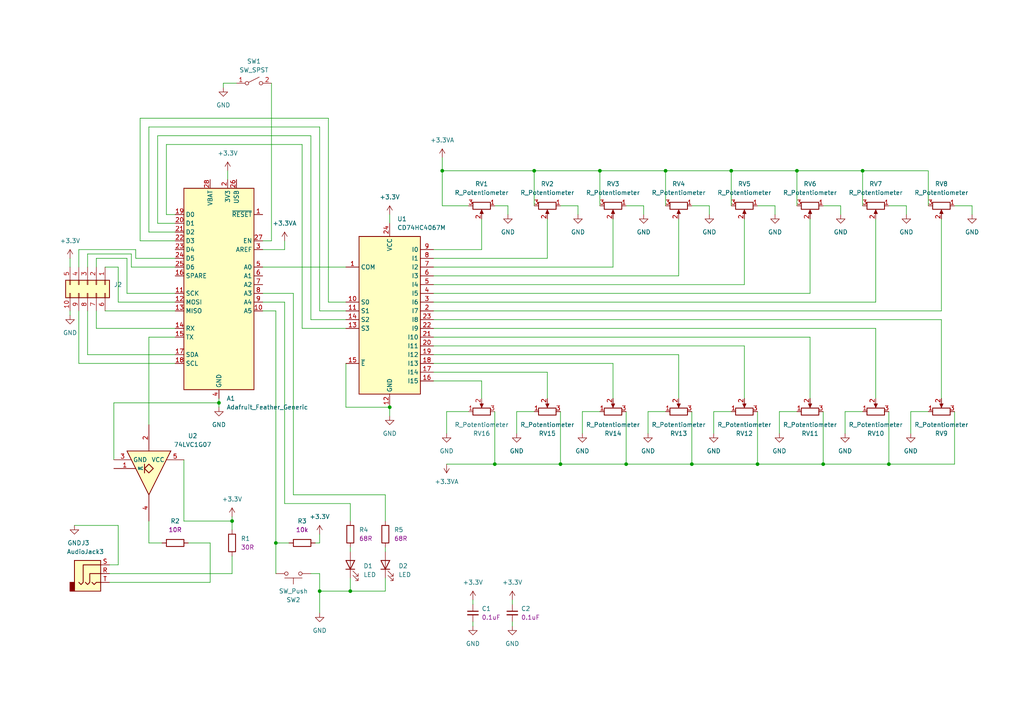
<source format=kicad_sch>
(kicad_sch (version 20230121) (generator eeschema)
  (paper "A4")
  (title_block (date "2024-02-15"))
  (lib_symbols
    (symbol "74xGxx:74LVC1G07"
      (property "Reference" "U" (at 0 7.62 0))
      (property "Value" "74LVC1G07" (at 3.81 -7.62 0))
      (symbol "74LVC1G07_0_1"
        (polyline (pts (xy -3.81 -1.27) (xy -1.27 -1.27)) (stroke (width 0.254)) (fill (type background)))
        (polyline (pts (xy -7.62 6.35) (xy -7.62 -6.35) (xy 5.08 0) (xy -7.62 6.35)) (stroke (width 0.254)) (fill (type background)))
        (polyline (pts (xy -2.54 1.27) (xy -3.81 0) (xy -2.54 -1.27) (xy -1.27 0) (xy -2.54 1.27)) (stroke (width 0.254)) (fill (type background)))
      )
      (symbol "74LVC1G07_1_1"
        (pin free line (at -2.54 -10.16 90) (length 6.35) (name "NC") (number "1"))
        (pin input line (at -15.24 0 0) (length 7.62) (name "~") (number "2"))
        (pin power_in line (at -5.08 -10.16 90) (length 5.08) (name "GND") (number "3"))
        (pin open_collector line (at 12.7 0 180) (length 7.62) (name "~") (number "4"))
        (pin power_in line (at -5.08 10.16 270) (length 5.08) (name "VCC") (number "5"))
      )
    )
    (symbol "74xx:CD74HC4067M"
      (property "Reference" "U" (at -8.89 22.86 0))
      (property "Value" "CD74HC4067M" (at 1.27 22.86 0))
      (symbol "CD74HC4067M_0_1"
        (rectangle (start -8.89 21.59) (end 8.89 -24.13) (stroke (width 0.254)) (fill (type background)))
      )
      (symbol "CD74HC4067M_1_1"
        (pin passive line (at -12.7 12.7 0) (length 3.81) (name "COM") (number "1"))
        (pin input line (at -12.7 2.54 0) (length 3.81) (name "S0") (number "10"))
        (pin input line (at -12.7 0 0) (length 3.81) (name "S1") (number "11"))
        (pin power_in line (at 0 -27.94 90) (length 3.81) (name "GND") (number "12"))
        (pin input line (at -12.7 -5.08 0) (length 3.81) (name "S3") (number "13"))
        (pin input line (at -12.7 -2.54 0) (length 3.81) (name "S2") (number "14"))
        (pin input line (at -12.7 -15.24 0) (length 3.81) (name "~{E}") (number "15"))
        (pin passive line (at 12.7 -20.32 180) (length 3.81) (name "I15") (number "16"))
        (pin passive line (at 12.7 -17.78 180) (length 3.81) (name "I14") (number "17"))
        (pin passive line (at 12.7 -15.24 180) (length 3.81) (name "I13") (number "18"))
        (pin passive line (at 12.7 -12.7 180) (length 3.81) (name "I12") (number "19"))
        (pin passive line (at 12.7 0 180) (length 3.81) (name "I7") (number "2"))
        (pin passive line (at 12.7 -10.16 180) (length 3.81) (name "I11") (number "20"))
        (pin passive line (at 12.7 -7.62 180) (length 3.81) (name "I10") (number "21"))
        (pin passive line (at 12.7 -5.08 180) (length 3.81) (name "I9") (number "22"))
        (pin passive line (at 12.7 -2.54 180) (length 3.81) (name "I8") (number "23"))
        (pin power_in line (at 0 25.4 270) (length 3.81) (name "VCC") (number "24"))
        (pin passive line (at 12.7 2.54 180) (length 3.81) (name "I6") (number "3"))
        (pin passive line (at 12.7 5.08 180) (length 3.81) (name "I5") (number "4"))
        (pin passive line (at 12.7 7.62 180) (length 3.81) (name "I4") (number "5"))
        (pin passive line (at 12.7 10.16 180) (length 3.81) (name "I3") (number "6"))
        (pin passive line (at 12.7 12.7 180) (length 3.81) (name "I2") (number "7"))
        (pin passive line (at 12.7 15.24 180) (length 3.81) (name "I1") (number "8"))
        (pin passive line (at 12.7 17.78 180) (length 3.81) (name "I0") (number "9"))
      )
    )
    (symbol "Connector_Audio:AudioJack3"
      (property "Reference" "J" (at 0 8.89 0))
      (property "Value" "AudioJack3" (at 0 6.35 0))
      (symbol "AudioJack3_0_1"
        (rectangle (start -5.08 -5.08) (end -6.35 -2.54) (stroke (width 0.254)) (fill (type outline)))
        (polyline (pts (xy 0 -2.54) (xy 0.635 -3.175) (xy 1.27 -2.54) (xy 2.54 -2.54)) (stroke (width 0.254)))
        (polyline (pts (xy -1.905 -2.54) (xy -1.27 -3.175) (xy -0.635 -2.54) (xy -0.635 0) (xy 2.54 0)) (stroke (width 0.254)))
        (polyline (pts (xy 2.54 2.54) (xy -2.54 2.54) (xy -2.54 -2.54) (xy -3.175 -3.175) (xy -3.81 -2.54)) (stroke (width 0.254)))
        (rectangle (start 2.54 3.81) (end -5.08 -5.08) (stroke (width 0.254)) (fill (type background)))
      )
      (symbol "AudioJack3_1_1"
        (pin passive line (at 5.08 0 180) (length 2.54) (name "~") (number "R"))
        (pin passive line (at 5.08 2.54 180) (length 2.54) (name "~") (number "S"))
        (pin passive line (at 5.08 -2.54 180) (length 2.54) (name "~") (number "T"))
      )
    )
    (symbol "Connector_Generic:Conn_02x05_Top_Bottom" (pin_names (offset 1.016) hide)
      (property "Reference" "J" (at 1.27 7.62 0))
      (property "Value" "Conn_02x05_Top_Bottom" (at 1.27 -7.62 0))
      (symbol "Conn_02x05_Top_Bottom_1_1"
        (rectangle (start -1.27 -4.953) (end 0 -5.207) (stroke (width 0.1524)))
        (rectangle (start -1.27 -2.413) (end 0 -2.667) (stroke (width 0.1524)))
        (rectangle (start -1.27 0.127) (end 0 -0.127) (stroke (width 0.1524)))
        (rectangle (start -1.27 2.667) (end 0 2.413) (stroke (width 0.1524)))
        (rectangle (start -1.27 5.207) (end 0 4.953) (stroke (width 0.1524)))
        (rectangle (start -1.27 6.35) (end 3.81 -6.35) (stroke (width 0.254)) (fill (type background)))
        (rectangle (start 3.81 -4.953) (end 2.54 -5.207) (stroke (width 0.1524)))
        (rectangle (start 3.81 -2.413) (end 2.54 -2.667) (stroke (width 0.1524)))
        (rectangle (start 3.81 0.127) (end 2.54 -0.127) (stroke (width 0.1524)))
        (rectangle (start 3.81 2.667) (end 2.54 2.413) (stroke (width 0.1524)))
        (rectangle (start 3.81 5.207) (end 2.54 4.953) (stroke (width 0.1524)))
        (pin passive line (at -5.08 5.08 0) (length 3.81) (name "Pin_1") (number "1"))
        (pin passive line (at 7.62 -5.08 180) (length 3.81) (name "Pin_10") (number "10"))
        (pin passive line (at -5.08 2.54 0) (length 3.81) (name "Pin_2") (number "2"))
        (pin passive line (at -5.08 0 0) (length 3.81) (name "Pin_3") (number "3"))
        (pin passive line (at -5.08 -2.54 0) (length 3.81) (name "Pin_4") (number "4"))
        (pin passive line (at -5.08 -5.08 0) (length 3.81) (name "Pin_5") (number "5"))
        (pin passive line (at 7.62 5.08 180) (length 3.81) (name "Pin_6") (number "6"))
        (pin passive line (at 7.62 2.54 180) (length 3.81) (name "Pin_7") (number "7"))
        (pin passive line (at 7.62 0 180) (length 3.81) (name "Pin_8") (number "8"))
        (pin passive line (at 7.62 -2.54 180) (length 3.81) (name "Pin_9") (number "9"))
      )
    )
    (symbol "Device:LED" (pin_numbers hide) (pin_names (offset 1.016) hide)
      (property "Reference" "D" (at 0 2.54 0))
      (property "Value" "LED" (at 0 -2.54 0))
      (symbol "LED_0_1"
        (polyline (pts (xy -1.27 -1.27) (xy -1.27 1.27)) (stroke (width 0.254)))
        (polyline (pts (xy -1.27 0) (xy 1.27 0)))
        (polyline (pts (xy 1.27 -1.27) (xy 1.27 1.27) (xy -1.27 0) (xy 1.27 -1.27)) (stroke (width 0.254)))
        (polyline (pts (xy -3.048 -0.762) (xy -4.572 -2.286) (xy -3.81 -2.286) (xy -4.572 -2.286) (xy -4.572 -1.524)))
        (polyline (pts (xy -1.778 -0.762) (xy -3.302 -2.286) (xy -2.54 -2.286) (xy -3.302 -2.286) (xy -3.302 -1.524)))
      )
      (symbol "LED_1_1"
        (pin passive line (at -3.81 0 0) (length 2.54) (name "K") (number "1"))
        (pin passive line (at 3.81 0 180) (length 2.54) (name "A") (number "2"))
      )
    )
    (symbol "Device:R_Potentiometer" (pin_names (offset 1.016) hide)
      (property "Reference" "RV" (at -4.445 0 90))
      (property "Value" "R_Potentiometer" (at -2.54 0 90))
      (symbol "R_Potentiometer_0_1"
        (polyline (pts (xy 2.54 0) (xy 1.524 0)))
        (polyline (pts (xy 1.143 0) (xy 2.286 0.508) (xy 2.286 -0.508) (xy 1.143 0)) (fill (type outline)))
        (rectangle (start 1.016 2.54) (end -1.016 -2.54) (stroke (width 0.254)))
      )
      (symbol "R_Potentiometer_1_1"
        (pin passive line (at 0 3.81 270) (length 1.27) (name "1") (number "1"))
        (pin passive line (at 3.81 0 180) (length 1.27) (name "2") (number "2"))
        (pin passive line (at 0 -3.81 90) (length 1.27) (name "3") (number "3"))
      )
    )
    (symbol "MCU_Module:Adafruit_Feather_Generic"
      (property "Reference" "A" (at -10.16 29.21 0))
      (property "Value" "Adafruit_Feather_Generic" (at 2.54 -31.75 0))
      (symbol "Adafruit_Feather_Generic_0_1"
        (rectangle (start -10.16 27.94) (end 10.16 -30.48) (stroke (width 0.254)) (fill (type background)))
      )
      (symbol "Adafruit_Feather_Generic_1_1"
        (pin input line (at 12.7 20.32 180) (length 2.54) (name "~{RESET}") (number "1"))
        (pin bidirectional line (at 12.7 -7.62 180) (length 2.54) (name "A5") (number "10"))
        (pin bidirectional line (at -12.7 -2.54 0) (length 2.54) (name "SCK") (number "11"))
        (pin bidirectional line (at -12.7 -5.08 0) (length 2.54) (name "MOSI") (number "12"))
        (pin bidirectional line (at -12.7 -7.62 0) (length 2.54) (name "MISO") (number "13"))
        (pin bidirectional line (at -12.7 -12.7 0) (length 2.54) (name "RX") (number "14"))
        (pin bidirectional line (at -12.7 -15.24 0) (length 2.54) (name "TX") (number "15"))
        (pin bidirectional line (at -12.7 2.54 0) (length 2.54) (name "SPARE") (number "16"))
        (pin bidirectional line (at -12.7 -20.32 0) (length 2.54) (name "SDA") (number "17"))
        (pin bidirectional line (at -12.7 -22.86 0) (length 2.54) (name "SCL") (number "18"))
        (pin bidirectional line (at -12.7 20.32 0) (length 2.54) (name "D0") (number "19"))
        (pin power_in line (at 2.54 30.48 270) (length 2.54) (name "3V3") (number "2"))
        (pin bidirectional line (at -12.7 17.78 0) (length 2.54) (name "D1") (number "20"))
        (pin bidirectional line (at -12.7 15.24 0) (length 2.54) (name "D2") (number "21"))
        (pin bidirectional line (at -12.7 12.7 0) (length 2.54) (name "D3") (number "22"))
        (pin bidirectional line (at -12.7 10.16 0) (length 2.54) (name "D4") (number "23"))
        (pin bidirectional line (at -12.7 7.62 0) (length 2.54) (name "D5") (number "24"))
        (pin bidirectional line (at -12.7 5.08 0) (length 2.54) (name "D6") (number "25"))
        (pin power_in line (at 5.08 30.48 270) (length 2.54) (name "USB") (number "26"))
        (pin input line (at 12.7 12.7 180) (length 2.54) (name "EN") (number "27"))
        (pin power_in line (at -2.54 30.48 270) (length 2.54) (name "VBAT") (number "28"))
        (pin input line (at 12.7 10.16 180) (length 2.54) (name "AREF") (number "3"))
        (pin power_in line (at 0 -33.02 90) (length 2.54) (name "GND") (number "4"))
        (pin bidirectional line (at 12.7 5.08 180) (length 2.54) (name "A0") (number "5"))
        (pin bidirectional line (at 12.7 2.54 180) (length 2.54) (name "A1") (number "6"))
        (pin bidirectional line (at 12.7 0 180) (length 2.54) (name "A2") (number "7"))
        (pin bidirectional line (at 12.7 -2.54 180) (length 2.54) (name "A3") (number "8"))
        (pin bidirectional line (at 12.7 -5.08 180) (length 2.54) (name "A4") (number "9"))
      )
    )
    (symbol "PCM_4ms_Capacitor:100nF_0603_16V" (pin_numbers hide) (pin_names (offset 0.254) hide)
      (property "Reference" "C" (at 1.905 1.27 0))
      (property "Display" "0.1uF" (at 1.905 -1.27 0))
      (symbol "100nF_0603_16V_0_1"
        (polyline (pts (xy -1.524 -0.508) (xy 1.524 -0.508)) (stroke (width 0.3302)))
        (polyline (pts (xy -1.524 0.508) (xy 1.524 0.508)) (stroke (width 0.3048)))
      )
      (symbol "100nF_0603_16V_1_1"
        (pin passive line (at 0 2.54 270) (length 2.032) (name "~") (number "1"))
        (pin passive line (at 0 -2.54 90) (length 2.032) (name "~") (number "2"))
      )
    )
    (symbol "PCM_4ms_Resistor:10R_0603" (pin_numbers hide) (pin_names (offset 0))
      (property "Reference" "R" (at 2.032 0 90))
      (property "Display" "10R" (at 3.81 0 90))
      (symbol "10R_0603_0_1"
        (rectangle (start -1.016 -2.54) (end 1.016 2.54) (stroke (width 0.254)))
      )
      (symbol "10R_0603_1_1"
        (pin passive line (at 0 3.81 270) (length 1.27) (name "~") (number "1"))
        (pin passive line (at 0 -3.81 90) (length 1.27) (name "~") (number "2"))
      )
    )
    (symbol "PCM_4ms_Resistor:10k_0603" (pin_numbers hide) (pin_names (offset 0))
      (property "Reference" "R" (at 2.032 0 90))
      (property "Display" "10k" (at 3.81 0 90))
      (symbol "10k_0603_0_1"
        (rectangle (start -1.016 -2.54) (end 1.016 2.54) (stroke (width 0.254)))
      )
      (symbol "10k_0603_1_1"
        (pin passive line (at 0 3.81 270) (length 1.27) (name "~") (number "1"))
        (pin passive line (at 0 -3.81 90) (length 1.27) (name "~") (number "2"))
      )
    )
    (symbol "PCM_4ms_Resistor:30R_0603" (pin_numbers hide) (pin_names (offset 0))
      (property "Reference" "R" (at 2.032 0 90))
      (property "Display" "30R" (at 3.81 0 90))
      (symbol "30R_0603_0_1"
        (rectangle (start -1.016 -2.54) (end 1.016 2.54) (stroke (width 0.254)))
      )
      (symbol "30R_0603_1_1"
        (pin passive line (at 0 3.81 270) (length 1.27) (name "~") (number "1"))
        (pin passive line (at 0 -3.81 90) (length 1.27) (name "~") (number "2"))
      )
    )
    (symbol "PCM_4ms_Resistor:68R_0603" (pin_numbers hide) (pin_names (offset 0))
      (property "Reference" "R" (at 2.032 0 90))
      (property "Display" "68R" (at 3.81 0 90))
      (symbol "68R_0603_0_1"
        (rectangle (start -1.016 -2.54) (end 1.016 2.54) (stroke (width 0.254)))
      )
      (symbol "68R_0603_1_1"
        (pin passive line (at 0 3.81 270) (length 1.27) (name "~") (number "1"))
        (pin passive line (at 0 -3.81 90) (length 1.27) (name "~") (number "2"))
      )
    )
    (symbol "Switch:SW_Push" (pin_numbers hide) (pin_names (offset 1.016) hide)
      (property "Reference" "SW" (at 1.27 2.54 0))
      (property "Value" "SW_Push" (at 0 -1.524 0))
      (symbol "SW_Push_0_1"
        (circle (center -2.032 0) (radius 0.508))
        (polyline (pts (xy 0 1.27) (xy 0 3.048)))
        (polyline (pts (xy 2.54 1.27) (xy -2.54 1.27)))
        (circle (center 2.032 0) (radius 0.508))
        (pin passive line (at -5.08 0 0) (length 2.54) (name "1") (number "1"))
        (pin passive line (at 5.08 0 180) (length 2.54) (name "2") (number "2"))
      )
    )
    (symbol "Switch:SW_SPST" (pin_names (offset 0) hide)
      (property "Reference" "SW" (at 0 3.175 0))
      (property "Value" "SW_SPST" (at 0 -2.54 0))
      (symbol "SW_SPST_0_0"
        (circle (center -2.032 0) (radius 0.508))
        (polyline (pts (xy -1.524 0.254) (xy 1.524 1.778)))
        (circle (center 2.032 0) (radius 0.508))
      )
      (symbol "SW_SPST_1_1"
        (pin passive line (at -5.08 0 0) (length 2.54) (name "A") (number "1"))
        (pin passive line (at 5.08 0 180) (length 2.54) (name "B") (number "2"))
      )
    )
    (symbol "power:+3.3V" (power) (pin_names (offset 0))
      (property "Value" "+3.3V" (at 0 3.556 0))
      (symbol "+3.3V_0_1"
        (polyline (pts (xy -0.762 1.27) (xy 0 2.54)))
        (polyline (pts (xy 0 0) (xy 0 2.54)))
        (polyline (pts (xy 0 2.54) (xy 0.762 1.27)))
      )
      (symbol "+3.3V_1_1"
        (pin power_in line (at 0 0 90) (length 0) hide (name "+3.3V") (number "1"))
      )
    )
    (symbol "power:+3.3VA" (power) (pin_names (offset 0))
      (property "Value" "+3.3VA" (at 0 3.556 0))
      (symbol "+3.3VA_0_1"
        (polyline (pts (xy -0.762 1.27) (xy 0 2.54)))
        (polyline (pts (xy 0 0) (xy 0 2.54)))
        (polyline (pts (xy 0 2.54) (xy 0.762 1.27)))
      )
      (symbol "+3.3VA_1_1"
        (pin power_in line (at 0 0 90) (length 0) hide (name "+3.3VA") (number "1"))
      )
    )
    (symbol "power:GND" (power) (pin_names (offset 0))
      (property "Value" "GND" (at 0 -3.81 0))
      (symbol "GND_0_1"
        (polyline (pts (xy 0 0) (xy 0 -1.27) (xy 1.27 -1.27) (xy 0 -2.54) (xy -1.27 -1.27) (xy 0 -1.27)))
      )
      (symbol "GND_1_1"
        (pin power_in line (at 0 0 270) (length 0) hide (name "GND") (number "1"))
      )
    )
  )
  (junction (at 212.09 49.53))
  (junction (at 128.27 49.53))
  (junction (at 154.94 49.53))
  (junction (at 231.14 49.53))
  (junction (at 92.71 171.45))
  (junction (at 238.76 134.62))
  (junction (at 67.31 151.13))
  (junction (at 101.6 171.45))
  (junction (at 193.04 49.53))
  (junction (at 63.5 116.84))
  (junction (at 200.66 134.62))
  (junction (at 143.51 134.62))
  (junction (at 257.81 134.62))
  (junction (at 219.71 134.62))
  (junction (at 80.01 157.48))
  (junction (at 113.03 118.11))
  (junction (at 181.61 134.62))
  (junction (at 250.19 49.53))
  (junction (at 162.56 134.62))
  (junction (at 173.99 49.53))
  (wire (pts (xy 193.04 119.38) (xy 187.96 119.38)))
  (wire (pts (xy 193.04 49.53) (xy 173.99 49.53)))
  (wire (pts (xy 64.77 24.13) (xy 64.77 25.4)))
  (wire (pts (xy 76.2 77.47) (xy 100.33 77.47)))
  (wire (pts (xy 219.71 119.38) (xy 219.71 134.62)))
  (wire (pts (xy 250.19 59.69) (xy 250.19 49.53)))
  (wire (pts (xy 231.14 119.38) (xy 226.06 119.38)))
  (wire (pts (xy 67.31 151.13) (xy 67.31 153.67)))
  (wire (pts (xy 125.73 82.55) (xy 215.9 82.55)))
  (wire (pts (xy 50.8 95.25) (xy 27.94 95.25)))
  (wire (pts (xy 177.8 77.47) (xy 177.8 63.5)))
  (wire (pts (xy 82.55 87.63) (xy 82.55 146.05)))
  (wire (pts (xy 125.73 110.49) (xy 139.7 110.49)))
  (wire (pts (xy 269.24 49.53) (xy 250.19 49.53)))
  (wire (pts (xy 92.71 157.48) (xy 92.71 154.94)))
  (wire (pts (xy 48.26 62.23) (xy 48.26 41.91)))
  (wire (pts (xy 245.11 119.38) (xy 245.11 125.73)))
  (wire (pts (xy 91.44 157.48) (xy 92.71 157.48)))
  (wire (pts (xy 20.32 74.93) (xy 20.32 77.47)))
  (wire (pts (xy 243.84 59.69) (xy 243.84 62.23)))
  (wire (pts (xy 125.73 80.01) (xy 196.85 80.01)))
  (wire (pts (xy 196.85 80.01) (xy 196.85 63.5)))
  (wire (pts (xy 85.09 143.51) (xy 111.76 143.51)))
  (wire (pts (xy 200.66 119.38) (xy 200.66 134.62)))
  (wire (pts (xy 154.94 49.53) (xy 128.27 49.53)))
  (wire (pts (xy 85.09 85.09) (xy 85.09 143.51)))
  (wire (pts (xy 162.56 134.62) (xy 181.61 134.62)))
  (wire (pts (xy 207.01 119.38) (xy 207.01 125.73)))
  (wire (pts (xy 129.54 119.38) (xy 129.54 125.73)))
  (wire (pts (xy 50.8 85.09) (xy 36.83 85.09)))
  (wire (pts (xy 158.75 74.93) (xy 158.75 63.5)))
  (wire (pts (xy 50.8 67.31) (xy 43.18 67.31)))
  (wire (pts (xy 234.95 85.09) (xy 234.95 63.5)))
  (wire (pts (xy 48.26 41.91) (xy 87.63 41.91)))
  (wire (pts (xy 281.94 59.69) (xy 281.94 62.23)))
  (wire (pts (xy 125.73 102.87) (xy 196.85 102.87)))
  (wire (pts (xy 128.27 59.69) (xy 128.27 49.53)))
  (wire (pts (xy 90.17 39.37) (xy 90.17 92.71)))
  (wire (pts (xy 68.58 24.13) (xy 64.77 24.13)))
  (wire (pts (xy 63.5 115.57) (xy 63.5 116.84)))
  (wire (pts (xy 22.86 72.39) (xy 22.86 77.47)))
  (wire (pts (xy 158.75 107.95) (xy 158.75 115.57)))
  (wire (pts (xy 215.9 100.33) (xy 215.9 115.57)))
  (wire (pts (xy 67.31 166.37) (xy 67.31 161.29)))
  (wire (pts (xy 234.95 97.79) (xy 234.95 115.57)))
  (wire (pts (xy 212.09 119.38) (xy 207.01 119.38)))
  (wire (pts (xy 111.76 143.51) (xy 111.76 151.13)))
  (wire (pts (xy 80.01 90.17) (xy 80.01 157.48)))
  (wire (pts (xy 139.7 72.39) (xy 139.7 63.5)))
  (wire (pts (xy 92.71 171.45) (xy 92.71 177.8)))
  (wire (pts (xy 43.18 151.13) (xy 43.18 157.48)))
  (wire (pts (xy 137.16 173.99) (xy 137.16 175.26)))
  (wire (pts (xy 186.69 62.23) (xy 186.69 59.69)))
  (wire (pts (xy 92.71 36.83) (xy 92.71 90.17)))
  (wire (pts (xy 205.74 59.69) (xy 205.74 62.23)))
  (wire (pts (xy 60.96 168.91) (xy 31.75 168.91)))
  (wire (pts (xy 254 87.63) (xy 254 63.5)))
  (wire (pts (xy 54.61 157.48) (xy 60.96 157.48)))
  (wire (pts (xy 219.71 134.62) (xy 200.66 134.62)))
  (wire (pts (xy 135.89 119.38) (xy 129.54 119.38)))
  (wire (pts (xy 125.73 107.95) (xy 158.75 107.95)))
  (wire (pts (xy 31.75 166.37) (xy 67.31 166.37)))
  (wire (pts (xy 30.48 90.17) (xy 50.8 90.17)))
  (wire (pts (xy 45.72 64.77) (xy 45.72 39.37)))
  (wire (pts (xy 90.17 92.71) (xy 100.33 92.71)))
  (wire (pts (xy 135.89 59.69) (xy 128.27 59.69)))
  (wire (pts (xy 50.8 77.47) (xy 38.1 77.47)))
  (wire (pts (xy 50.8 64.77) (xy 45.72 64.77)))
  (wire (pts (xy 162.56 59.69) (xy 167.64 59.69)))
  (wire (pts (xy 143.51 59.69) (xy 147.32 59.69)))
  (wire (pts (xy 38.1 73.66) (xy 25.4 73.66)))
  (wire (pts (xy 76.2 87.63) (xy 82.55 87.63)))
  (wire (pts (xy 181.61 119.38) (xy 181.61 134.62)))
  (wire (pts (xy 33.02 133.35) (xy 33.02 116.84)))
  (wire (pts (xy 154.94 119.38) (xy 149.86 119.38)))
  (wire (pts (xy 60.96 157.48) (xy 60.96 168.91)))
  (wire (pts (xy 100.33 118.11) (xy 113.03 118.11)))
  (wire (pts (xy 148.59 180.34) (xy 148.59 181.61)))
  (wire (pts (xy 95.25 34.29) (xy 95.25 87.63)))
  (wire (pts (xy 95.25 87.63) (xy 100.33 87.63)))
  (wire (pts (xy 200.66 134.62) (xy 181.61 134.62)))
  (wire (pts (xy 34.29 87.63) (xy 34.29 77.47)))
  (wire (pts (xy 231.14 49.53) (xy 212.09 49.53)))
  (wire (pts (xy 139.7 110.49) (xy 139.7 115.57)))
  (wire (pts (xy 76.2 85.09) (xy 85.09 85.09)))
  (wire (pts (xy 125.73 95.25) (xy 254 95.25)))
  (wire (pts (xy 125.73 100.33) (xy 215.9 100.33)))
  (wire (pts (xy 111.76 158.75) (xy 111.76 160.02)))
  (wire (pts (xy 34.29 163.83) (xy 34.29 152.4)))
  (wire (pts (xy 45.72 39.37) (xy 90.17 39.37)))
  (wire (pts (xy 50.8 74.93) (xy 39.37 74.93)))
  (wire (pts (xy 238.76 59.69) (xy 243.84 59.69)))
  (wire (pts (xy 273.05 92.71) (xy 273.05 115.57)))
  (wire (pts (xy 43.18 157.48) (xy 46.99 157.48)))
  (wire (pts (xy 50.8 62.23) (xy 48.26 62.23)))
  (wire (pts (xy 125.73 74.93) (xy 158.75 74.93)))
  (wire (pts (xy 53.34 151.13) (xy 67.31 151.13)))
  (wire (pts (xy 50.8 69.85) (xy 40.64 69.85)))
  (wire (pts (xy 276.86 59.69) (xy 281.94 59.69)))
  (wire (pts (xy 257.81 134.62) (xy 238.76 134.62)))
  (wire (pts (xy 36.83 85.09) (xy 36.83 74.93)))
  (wire (pts (xy 173.99 59.69) (xy 173.99 49.53)))
  (wire (pts (xy 125.73 97.79) (xy 234.95 97.79)))
  (wire (pts (xy 111.76 167.64) (xy 111.76 171.45)))
  (wire (pts (xy 250.19 49.53) (xy 231.14 49.53)))
  (wire (pts (xy 125.73 105.41) (xy 177.8 105.41)))
  (wire (pts (xy 193.04 59.69) (xy 193.04 49.53)))
  (wire (pts (xy 25.4 102.87) (xy 25.4 90.17)))
  (wire (pts (xy 149.86 119.38) (xy 149.86 125.73)))
  (wire (pts (xy 162.56 119.38) (xy 162.56 134.62)))
  (wire (pts (xy 168.91 119.38) (xy 168.91 125.73)))
  (wire (pts (xy 63.5 116.84) (xy 63.5 118.11)))
  (wire (pts (xy 257.81 59.69) (xy 262.89 59.69)))
  (wire (pts (xy 50.8 105.41) (xy 22.86 105.41)))
  (wire (pts (xy 43.18 67.31) (xy 43.18 36.83)))
  (wire (pts (xy 92.71 166.37) (xy 90.17 166.37)))
  (wire (pts (xy 27.94 74.93) (xy 27.94 77.47)))
  (wire (pts (xy 53.34 133.35) (xy 53.34 151.13)))
  (wire (pts (xy 148.59 173.99) (xy 148.59 175.26)))
  (wire (pts (xy 92.71 90.17) (xy 100.33 90.17)))
  (wire (pts (xy 186.69 59.69) (xy 181.61 59.69)))
  (wire (pts (xy 92.71 166.37) (xy 92.71 171.45)))
  (wire (pts (xy 128.27 49.53) (xy 128.27 45.72)))
  (wire (pts (xy 82.55 146.05) (xy 101.6 146.05)))
  (wire (pts (xy 173.99 49.53) (xy 154.94 49.53)))
  (wire (pts (xy 34.29 152.4) (xy 21.59 152.4)))
  (wire (pts (xy 143.51 119.38) (xy 143.51 134.62)))
  (wire (pts (xy 125.73 92.71) (xy 273.05 92.71)))
  (wire (pts (xy 219.71 59.69) (xy 224.79 59.69)))
  (wire (pts (xy 147.32 59.69) (xy 147.32 62.23)))
  (wire (pts (xy 80.01 157.48) (xy 80.01 166.37)))
  (wire (pts (xy 80.01 157.48) (xy 83.82 157.48)))
  (wire (pts (xy 212.09 49.53) (xy 193.04 49.53)))
  (wire (pts (xy 100.33 105.41) (xy 100.33 118.11)))
  (wire (pts (xy 101.6 146.05) (xy 101.6 151.13)))
  (wire (pts (xy 276.86 134.62) (xy 257.81 134.62)))
  (wire (pts (xy 40.64 34.29) (xy 40.64 69.85)))
  (wire (pts (xy 34.29 77.47) (xy 30.48 77.47)))
  (wire (pts (xy 31.75 163.83) (xy 34.29 163.83)))
  (wire (pts (xy 257.81 119.38) (xy 257.81 134.62)))
  (wire (pts (xy 43.18 97.79) (xy 43.18 123.19)))
  (wire (pts (xy 125.73 85.09) (xy 234.95 85.09)))
  (wire (pts (xy 231.14 59.69) (xy 231.14 49.53)))
  (wire (pts (xy 40.64 34.29) (xy 95.25 34.29)))
  (wire (pts (xy 76.2 90.17) (xy 80.01 90.17)))
  (wire (pts (xy 269.24 59.69) (xy 269.24 49.53)))
  (wire (pts (xy 87.63 41.91) (xy 87.63 95.25)))
  (wire (pts (xy 264.16 119.38) (xy 264.16 125.73)))
  (wire (pts (xy 66.04 49.53) (xy 66.04 52.07)))
  (wire (pts (xy 173.99 119.38) (xy 168.91 119.38)))
  (wire (pts (xy 196.85 102.87) (xy 196.85 115.57)))
  (wire (pts (xy 113.03 62.23) (xy 113.03 64.77)))
  (wire (pts (xy 36.83 74.93) (xy 27.94 74.93)))
  (wire (pts (xy 101.6 167.64) (xy 101.6 171.45)))
  (wire (pts (xy 200.66 59.69) (xy 205.74 59.69)))
  (wire (pts (xy 50.8 97.79) (xy 43.18 97.79)))
  (wire (pts (xy 273.05 90.17) (xy 273.05 63.5)))
  (wire (pts (xy 87.63 95.25) (xy 100.33 95.25)))
  (wire (pts (xy 125.73 87.63) (xy 254 87.63)))
  (wire (pts (xy 38.1 77.47) (xy 38.1 73.66)))
  (wire (pts (xy 137.16 180.34) (xy 137.16 181.61)))
  (wire (pts (xy 125.73 77.47) (xy 177.8 77.47)))
  (wire (pts (xy 276.86 119.38) (xy 276.86 134.62)))
  (wire (pts (xy 39.37 72.39) (xy 22.86 72.39)))
  (wire (pts (xy 262.89 59.69) (xy 262.89 62.23)))
  (wire (pts (xy 125.73 90.17) (xy 273.05 90.17)))
  (wire (pts (xy 50.8 102.87) (xy 25.4 102.87)))
  (wire (pts (xy 43.18 36.83) (xy 92.71 36.83)))
  (wire (pts (xy 125.73 72.39) (xy 139.7 72.39)))
  (wire (pts (xy 215.9 82.55) (xy 215.9 63.5)))
  (wire (pts (xy 50.8 87.63) (xy 34.29 87.63)))
  (wire (pts (xy 82.55 72.39) (xy 82.55 69.85)))
  (wire (pts (xy 167.64 59.69) (xy 167.64 62.23)))
  (wire (pts (xy 76.2 72.39) (xy 82.55 72.39)))
  (wire (pts (xy 238.76 134.62) (xy 219.71 134.62)))
  (wire (pts (xy 238.76 119.38) (xy 238.76 134.62)))
  (wire (pts (xy 143.51 134.62) (xy 129.54 134.62)))
  (wire (pts (xy 33.02 116.84) (xy 63.5 116.84)))
  (wire (pts (xy 76.2 69.85) (xy 78.74 69.85)))
  (wire (pts (xy 39.37 74.93) (xy 39.37 72.39)))
  (wire (pts (xy 177.8 105.41) (xy 177.8 115.57)))
  (wire (pts (xy 101.6 171.45) (xy 92.71 171.45)))
  (wire (pts (xy 269.24 119.38) (xy 264.16 119.38)))
  (wire (pts (xy 254 95.25) (xy 254 115.57)))
  (wire (pts (xy 20.32 90.17) (xy 20.32 91.44)))
  (wire (pts (xy 250.19 119.38) (xy 245.11 119.38)))
  (wire (pts (xy 113.03 118.11) (xy 113.03 120.65)))
  (wire (pts (xy 25.4 73.66) (xy 25.4 77.47)))
  (wire (pts (xy 224.79 59.69) (xy 224.79 62.23)))
  (wire (pts (xy 187.96 119.38) (xy 187.96 125.73)))
  (wire (pts (xy 78.74 69.85) (xy 78.74 24.13)))
  (wire (pts (xy 212.09 59.69) (xy 212.09 49.53)))
  (wire (pts (xy 27.94 95.25) (xy 27.94 90.17)))
  (wire (pts (xy 22.86 105.41) (xy 22.86 90.17)))
  (wire (pts (xy 67.31 149.86) (xy 67.31 151.13)))
  (wire (pts (xy 154.94 59.69) (xy 154.94 49.53)))
  (wire (pts (xy 226.06 119.38) (xy 226.06 125.73)))
  (wire (pts (xy 111.76 171.45) (xy 101.6 171.45)))
  (wire (pts (xy 143.51 134.62) (xy 162.56 134.62)))
  (wire (pts (xy 101.6 158.75) (xy 101.6 160.02)))
  (symbol (lib_id "power:GND") (at 207.01 125.73 0) (unit 1)
    (property "Reference" "#PWR021" (effects hide))
    (property "Value" "GND" (at 207.01 130.81 0))
  )
  (symbol (lib_id "power:+3.3V") (at 92.71 154.94 0) (unit 1)
    (property "Reference" "#PWR032" (effects hide))
    (property "Value" "+3.3V" (at 92.71 149.86 0))
  )
  (symbol (lib_id "Connector_Generic:Conn_02x05_Top_Bottom") (at 25.4 82.55 270) (unit 1)
    (property "Reference" "J2" (at 33.02 82.55 90) (effects (justify left)))
    (property "Value" "Conn_02x05_Top_Bottom" (effects hide))
    (property "Footprint" "Connector_PinHeader_2.54mm:PinHeader_2x05_P2.54mm_Vertical" (effects hide))
  )
  (symbol (lib_id "Device:R_Potentiometer") (at 234.95 59.69 270) (unit 1)
    (property "Reference" "RV6" (at 234.95 53.34 90))
    (property "Value" "R_Potentiometer" (at 234.95 55.88 90))
    (property "Footprint" "Potentiometer_THT:Potentiometer_Alpha_RD901F-40-00D_Single_Vertical_CircularHoles" (effects hide))
  )
  (symbol (lib_id "Device:R_Potentiometer") (at 196.85 59.69 270) (unit 1)
    (property "Reference" "RV4" (at 196.85 53.34 90))
    (property "Value" "R_Potentiometer" (at 196.85 55.88 90))
    (property "Footprint" "Potentiometer_THT:Potentiometer_Alpha_RD901F-40-00D_Single_Vertical_CircularHoles" (effects hide))
  )
  (symbol (lib_id "Device:R_Potentiometer") (at 254 119.38 90) (unit 1)
    (property "Reference" "RV10" (at 254 125.73 90))
    (property "Value" "R_Potentiometer" (at 254 123.19 90))
    (property "Footprint" "Potentiometer_THT:Potentiometer_Alpha_RD901F-40-00D_Single_Vertical_CircularHoles" (effects hide))
  )
  (symbol (lib_id "power:+3.3VA") (at 129.54 134.62 180) (unit 1)
    (property "Reference" "#PWR09" (effects hide))
    (property "Value" "+3.3VA" (at 129.54 139.7 0))
  )
  (symbol (lib_id "power:+3.3V") (at 148.59 173.99 0) (unit 1)
    (property "Reference" "#PWR028" (effects hide))
    (property "Value" "+3.3V" (at 148.59 168.91 0))
  )
  (symbol (lib_id "power:GND") (at 167.64 62.23 0) (unit 1)
    (property "Reference" "#PWR011" (effects hide))
    (property "Value" "GND" (at 167.64 67.31 0))
  )
  (symbol (lib_id "power:+3.3VA") (at 82.55 69.85 0) (unit 1)
    (property "Reference" "#PWR03" (effects hide))
    (property "Value" "+3.3VA" (at 82.55 64.77 0))
  )
  (symbol (lib_id "MCU_Module:Adafruit_Feather_Generic") (at 63.5 82.55 0) (unit 1)
    (property "Reference" "A1" (at 65.6941 115.57 0) (effects (justify left)))
    (property "Value" "Adafruit_Feather_Generic" (at 65.6941 118.11 0) (effects (justify left)))
    (property "Footprint" "Module:Adafruit_Feather" (effects hide))
    (property "Datasheet" "https://cdn-learn.adafruit.com/downloads/pdf/adafruit-feather.pdf" (effects hide))
  )
  (symbol (lib_id "power:+3.3V") (at 137.16 173.99 0) (unit 1)
    (property "Reference" "#PWR06" (effects hide))
    (property "Value" "+3.3V" (at 137.16 168.91 0))
  )
  (symbol (lib_id "power:GND") (at 187.96 125.73 0) (unit 1)
    (property "Reference" "#PWR020" (effects hide))
    (property "Value" "GND" (at 187.96 130.81 0))
  )
  (symbol (lib_id "Connector_Audio:AudioJack3") (at 26.67 166.37 0) (unit 1)
    (property "Reference" "J3" (at 24.765 157.48 0))
    (property "Value" "AudioJack3" (at 24.765 160.02 0))
    (property "Footprint" "Connector_Audio:Jack_3.5mm_CUI_SJ1-3523N_Horizontal" (effects hide))
  )
  (symbol (lib_id "power:GND") (at 224.79 62.23 0) (unit 1)
    (property "Reference" "#PWR014" (effects hide))
    (property "Value" "GND" (at 224.79 67.31 0))
  )
  (symbol (lib_id "PCM_4ms_Resistor:10R_0603") (at 50.8 157.48 90) (unit 1)
    (property "Reference" "R2" (at 50.8 151.13 90))
    (property "Value" "10R_0603" (effects hide))
    (property "Footprint" "Resistor_SMD:R_0603_1608Metric_Pad0.98x0.95mm_HandSolder" (effects hide))
    (property "Specifications" "10R, 1%, 1/10W, 0603" (effects hide))
    (property "Manufacturer" "Yageo" (effects hide))
    (property "Part Number" "RC0603FR-0710RL" (effects hide))
    (property "Display" "10R" (at 50.8 153.67 90))
    (property "JLCPCB ID" "C22859" (effects hide))
  )
  (symbol (lib_id "Device:R_Potentiometer") (at 254 59.69 270) (unit 1)
    (property "Reference" "RV7" (at 254 53.34 90))
    (property "Value" "R_Potentiometer" (at 254 55.88 90))
    (property "Footprint" "Potentiometer_THT:Potentiometer_Alpha_RD901F-40-00D_Single_Vertical_CircularHoles" (effects hide))
  )
  (symbol (lib_id "power:+3.3V") (at 113.03 62.23 0) (unit 1)
    (property "Reference" "#PWR04" (effects hide))
    (property "Value" "+3.3V" (at 113.03 57.15 0))
  )
  (symbol (lib_id "PCM_4ms_Capacitor:100nF_0603_16V") (at 137.16 177.8 0) (unit 1)
    (property "Reference" "C1" (at 139.7 176.5363 0) (effects (justify left)))
    (property "Value" "100nF_0603_16V" (effects hide))
    (property "Footprint" "Capacitor_SMD:C_0603_1608Metric_Pad1.08x0.95mm_HandSolder" (effects hide))
    (property "Specifications" "0.1uF, Min. 16V 10%, X7R or X5R or similar" (effects hide))
    (property "Manufacturer" "AVX Corporation" (effects hide))
    (property "Part Number" "0603YC104KAT2A" (effects hide))
    (property "Display" "0.1uF" (at 139.7 179.0763 0) (effects (justify left)))
    (property "JLCPCB ID" "C14663" (effects hide))
  )
  (symbol (lib_id "74xx:CD74HC4067M") (at 113.03 90.17 0) (unit 1)
    (property "Reference" "U1" (at 115.2241 63.5 0) (effects (justify left)))
    (property "Value" "CD74HC4067M" (at 115.2241 66.04 0) (effects (justify left)))
    (property "Footprint" "Package_SO:SOIC-24W_7.5x15.4mm_P1.27mm" (effects hide))
    (property "Datasheet" "http://www.ti.com/lit/ds/symlink/cd74hc4067.pdf" (effects hide))
  )
  (symbol (lib_id "Device:R_Potentiometer") (at 139.7 59.69 270) (unit 1)
    (property "Reference" "RV1" (at 139.7 53.34 90))
    (property "Value" "R_Potentiometer" (at 139.7 55.88 90))
    (property "Footprint" "Potentiometer_THT:Potentiometer_Alpha_RD901F-40-00D_Single_Vertical_CircularHoles" (effects hide))
  )
  (symbol (lib_id "power:GND") (at 281.94 62.23 0) (unit 1)
    (property "Reference" "#PWR017" (effects hide))
    (property "Value" "GND" (at 281.94 67.31 0))
  )
  (symbol (lib_id "PCM_4ms_Resistor:68R_0603") (at 111.76 154.94 0) (unit 1)
    (property "Reference" "R5" (at 114.3 153.67 0) (effects (justify left)))
    (property "Value" "68R_0603" (effects hide))
    (property "Footprint" "Resistor_SMD:R_0603_1608Metric_Pad0.98x0.95mm_HandSolder" (effects hide))
    (property "Specifications" "68R, 1%, 1/10W, 0603" (effects hide))
    (property "Manufacturer" "Yageo" (effects hide))
    (property "Part Number" "RC0603FR-0768RL" (effects hide))
    (property "Display" "68R" (at 114.3 156.21 0) (effects (justify left)))
    (property "JLCPCB ID" "C27592" (effects hide))
  )
  (symbol (lib_id "power:GND") (at 245.11 125.73 0) (unit 1)
    (property "Reference" "#PWR023" (effects hide))
    (property "Value" "GND" (at 245.11 130.81 0))
  )
  (symbol (lib_id "power:GND") (at 129.54 125.73 0) (unit 1)
    (property "Reference" "#PWR025" (effects hide))
    (property "Value" "GND" (at 129.54 130.81 0))
  )
  (symbol (lib_id "power:GND") (at 20.32 91.44 0) (unit 1)
    (property "Reference" "#PWR033" (effects hide))
    (property "Value" "GND" (at 20.32 96.52 0))
  )
  (symbol (lib_id "PCM_4ms_Resistor:68R_0603") (at 101.6 154.94 0) (unit 1)
    (property "Reference" "R4" (at 104.14 153.67 0) (effects (justify left)))
    (property "Value" "68R_0603" (effects hide))
    (property "Footprint" "Resistor_SMD:R_0603_1608Metric_Pad0.98x0.95mm_HandSolder" (effects hide))
    (property "Specifications" "68R, 1%, 1/10W, 0603" (effects hide))
    (property "Manufacturer" "Yageo" (effects hide))
    (property "Part Number" "RC0603FR-0768RL" (effects hide))
    (property "Display" "68R" (at 104.14 156.21 0) (effects (justify left)))
    (property "JLCPCB ID" "C27592" (effects hide))
  )
  (symbol (lib_id "power:GND") (at 205.74 62.23 0) (unit 1)
    (property "Reference" "#PWR013" (effects hide))
    (property "Value" "GND" (at 205.74 67.31 0))
  )
  (symbol (lib_id "power:GND") (at 262.89 62.23 0) (unit 1)
    (property "Reference" "#PWR016" (effects hide))
    (property "Value" "GND" (at 262.89 67.31 0))
  )
  (symbol (lib_id "Device:LED") (at 101.6 163.83 90) (unit 1)
    (property "Reference" "D1" (at 105.41 164.1475 90) (effects (justify right)))
    (property "Value" "LED" (at 105.41 166.6875 90) (effects (justify right)))
    (property "Footprint" "LED_THT:LED_D3.0mm" (effects hide))
  )
  (symbol (lib_id "power:+3.3VA") (at 128.27 45.72 0) (unit 1)
    (property "Reference" "#PWR08" (effects hide))
    (property "Value" "+3.3VA" (at 128.27 40.64 0))
  )
  (symbol (lib_id "Device:R_Potentiometer") (at 177.8 59.69 270) (unit 1)
    (property "Reference" "RV3" (at 177.8 53.34 90))
    (property "Value" "R_Potentiometer" (at 177.8 55.88 90))
    (property "Footprint" "Potentiometer_THT:Potentiometer_Alpha_RD901F-40-00D_Single_Vertical_CircularHoles" (effects hide))
  )
  (symbol (lib_id "PCM_4ms_Resistor:30R_0603") (at 67.31 157.48 0) (unit 1)
    (property "Reference" "R1" (at 69.85 156.21 0) (effects (justify left)))
    (property "Value" "30R_0603" (effects hide))
    (property "Footprint" "Resistor_SMD:R_0603_1608Metric_Pad0.98x0.95mm_HandSolder" (effects hide))
    (property "Specifications" "30Ω, 1%, 1/10W, 0603" (effects hide))
    (property "Manufacturer" "Yageo" (effects hide))
    (property "Part Number" "RC0603FR-0730RL" (effects hide))
    (property "Display" "30R" (at 69.85 158.75 0) (effects (justify left)))
    (property "JLCPCB ID" "C22985" (effects hide))
  )
  (symbol (lib_id "Switch:SW_SPST") (at 73.66 24.13 0) (unit 1)
    (property "Reference" "SW1" (at 73.66 17.78 0))
    (property "Value" "SW_SPST" (at 73.66 20.32 0))
    (property "Footprint" "PCM_4ms_Switch:Switch_Toggle_SPST_SubMini" (effects hide))
  )
  (symbol (lib_id "Switch:SW_Push") (at 85.09 166.37 180) (unit 1)
    (property "Reference" "SW2" (at 85.09 173.99 0))
    (property "Value" "SW_Push" (at 85.09 171.45 0))
    (property "Footprint" "Button_Switch_THT:SW_TH_Tactile_Omron_B3F-10xx" (effects hide))
  )
  (symbol (lib_id "Device:R_Potentiometer") (at 139.7 119.38 90) (unit 1)
    (property "Reference" "RV16" (at 139.7 125.73 90))
    (property "Value" "R_Potentiometer" (at 139.7 123.19 90))
    (property "Footprint" "Potentiometer_THT:Potentiometer_Alpha_RD901F-40-00D_Single_Vertical_CircularHoles" (effects hide))
  )
  (symbol (lib_id "Device:R_Potentiometer") (at 158.75 119.38 90) (unit 1)
    (property "Reference" "RV15" (at 158.75 125.73 90))
    (property "Value" "R_Potentiometer" (at 158.75 123.19 90))
    (property "Footprint" "Potentiometer_THT:Potentiometer_Alpha_RD901F-40-00D_Single_Vertical_CircularHoles" (effects hide))
  )
  (symbol (lib_id "Device:R_Potentiometer") (at 177.8 119.38 90) (unit 1)
    (property "Reference" "RV14" (at 177.8 125.73 90))
    (property "Value" "R_Potentiometer" (at 177.8 123.19 90))
    (property "Footprint" "Potentiometer_THT:Potentiometer_Alpha_RD901F-40-00D_Single_Vertical_CircularHoles" (effects hide))
  )
  (symbol (lib_id "power:+3.3V") (at 67.31 149.86 0) (unit 1)
    (property "Reference" "#PWR026" (effects hide))
    (property "Value" "+3.3V" (at 67.31 144.78 0))
  )
  (symbol (lib_id "74xGxx:74LVC1G07") (at 43.18 138.43 270) (unit 1)
    (property "Reference" "U2" (at 55.88 126.4219 90))
    (property "Value" "74LVC1G07" (at 55.88 128.9619 90))
    (property "Footprint" "Package_TO_SOT_SMD:SOT-23-5_HandSoldering" (effects hide))
    (property "Datasheet" "https://www.ti.com/lit/ds/symlink/sn74lvc1g07.pdf" (effects hide))
  )
  (symbol (lib_id "power:GND") (at 243.84 62.23 0) (unit 1)
    (property "Reference" "#PWR015" (effects hide))
    (property "Value" "GND" (at 243.84 67.31 0))
  )
  (symbol (lib_id "power:GND") (at 64.77 25.4 0) (unit 1)
    (property "Reference" "#PWR030" (effects hide))
    (property "Value" "GND" (at 64.77 30.48 0))
  )
  (symbol (lib_id "Device:R_Potentiometer") (at 234.95 119.38 90) (unit 1)
    (property "Reference" "RV11" (at 234.95 125.73 90))
    (property "Value" "R_Potentiometer" (at 234.95 123.19 90))
    (property "Footprint" "Potentiometer_THT:Potentiometer_Alpha_RD901F-40-00D_Single_Vertical_CircularHoles" (effects hide))
  )
  (symbol (lib_id "PCM_4ms_Resistor:10k_0603") (at 87.63 157.48 90) (unit 1)
    (property "Reference" "R3" (at 87.63 151.13 90))
    (property "Value" "10k_0603" (effects hide))
    (property "Footprint" "Resistor_SMD:R_0603_1608Metric_Pad0.98x0.95mm_HandSolder" (effects hide))
    (property "Specifications" "10K, 1%, 1/10W, 0603" (effects hide))
    (property "Manufacturer" "Yageo" (effects hide))
    (property "Part Number" "RC0603FR-0710KL" (effects hide))
    (property "Display" "10k" (at 87.63 153.67 90))
    (property "JLCPCB ID" "C25804" (effects hide))
  )
  (symbol (lib_id "power:GND") (at 168.91 125.73 0) (unit 1)
    (property "Reference" "#PWR019" (effects hide))
    (property "Value" "GND" (at 168.91 130.81 0))
  )
  (symbol (lib_id "power:GND") (at 226.06 125.73 0) (unit 1)
    (property "Reference" "#PWR022" (effects hide))
    (property "Value" "GND" (at 226.06 130.81 0))
  )
  (symbol (lib_id "Device:R_Potentiometer") (at 215.9 119.38 90) (unit 1)
    (property "Reference" "RV12" (at 215.9 125.73 90))
    (property "Value" "R_Potentiometer" (at 215.9 123.19 90))
    (property "Footprint" "Potentiometer_THT:Potentiometer_Alpha_RD901F-40-00D_Single_Vertical_CircularHoles" (effects hide))
  )
  (symbol (lib_id "Device:R_Potentiometer") (at 158.75 59.69 270) (unit 1)
    (property "Reference" "RV2" (at 158.75 53.34 90))
    (property "Value" "R_Potentiometer" (at 158.75 55.88 90))
    (property "Footprint" "Potentiometer_THT:Potentiometer_Alpha_RD901F-40-00D_Single_Vertical_CircularHoles" (effects hide))
  )
  (symbol (lib_id "power:GND") (at 147.32 62.23 0) (unit 1)
    (property "Reference" "#PWR010" (effects hide))
    (property "Value" "GND" (at 147.32 67.31 0))
  )
  (symbol (lib_id "power:GND") (at 149.86 125.73 0) (unit 1)
    (property "Reference" "#PWR018" (effects hide))
    (property "Value" "GND" (at 149.86 130.81 0))
  )
  (symbol (lib_id "power:GND") (at 186.69 62.23 0) (unit 1)
    (property "Reference" "#PWR012" (effects hide))
    (property "Value" "GND" (at 186.69 67.31 0))
  )
  (symbol (lib_id "Device:R_Potentiometer") (at 273.05 59.69 270) (unit 1)
    (property "Reference" "RV8" (at 273.05 53.34 90))
    (property "Value" "R_Potentiometer" (at 273.05 55.88 90))
    (property "Footprint" "Potentiometer_THT:Potentiometer_Alpha_RD901F-40-00D_Single_Vertical_CircularHoles" (effects hide))
  )
  (symbol (lib_id "power:GND") (at 148.59 181.61 0) (unit 1)
    (property "Reference" "#PWR029" (effects hide))
    (property "Value" "GND" (at 148.59 186.69 0))
  )
  (symbol (lib_id "power:GND") (at 63.5 118.11 0) (unit 1)
    (property "Reference" "#PWR02" (effects hide))
    (property "Value" "GND" (at 63.5 123.19 0))
  )
  (symbol (lib_id "power:GND") (at 113.03 120.65 0) (unit 1)
    (property "Reference" "#PWR01" (effects hide))
    (property "Value" "GND" (at 113.03 125.73 0))
  )
  (symbol (lib_id "Device:R_Potentiometer") (at 273.05 119.38 90) (unit 1)
    (property "Reference" "RV9" (at 273.05 125.73 90))
    (property "Value" "R_Potentiometer" (at 273.05 123.19 90))
    (property "Footprint" "Potentiometer_THT:Potentiometer_Alpha_RD901F-40-00D_Single_Vertical_CircularHoles" (effects hide))
  )
  (symbol (lib_id "PCM_4ms_Capacitor:100nF_0603_16V") (at 148.59 177.8 0) (unit 1)
    (property "Reference" "C2" (at 151.13 176.5363 0) (effects (justify left)))
    (property "Value" "100nF_0603_16V" (effects hide))
    (property "Footprint" "Capacitor_SMD:C_0603_1608Metric_Pad1.08x0.95mm_HandSolder" (effects hide))
    (property "Specifications" "0.1uF, Min. 16V 10%, X7R or X5R or similar" (effects hide))
    (property "Manufacturer" "AVX Corporation" (effects hide))
    (property "Part Number" "0603YC104KAT2A" (effects hide))
    (property "Display" "0.1uF" (at 151.13 179.0763 0) (effects (justify left)))
    (property "JLCPCB ID" "C14663" (effects hide))
  )
  (symbol (lib_id "power:GND") (at 21.59 152.4 0) (unit 1)
    (property "Reference" "#PWR027" (effects hide))
    (property "Value" "GND" (at 21.59 157.48 0))
  )
  (symbol (lib_id "Device:R_Potentiometer") (at 196.85 119.38 90) (unit 1)
    (property "Reference" "RV13" (at 196.85 125.73 90))
    (property "Value" "R_Potentiometer" (at 196.85 123.19 90))
    (property "Footprint" "Potentiometer_THT:Potentiometer_Alpha_RD901F-40-00D_Single_Vertical_CircularHoles" (effects hide))
  )
  (symbol (lib_id "power:+3.3V") (at 20.32 74.93 0) (unit 1)
    (property "Reference" "#PWR034" (effects hide))
    (property "Value" "+3.3V" (at 20.32 69.85 0))
  )
  (symbol (lib_id "power:+3.3V") (at 66.04 49.53 0) (unit 1)
    (property "Reference" "#PWR05" (effects hide))
    (property "Value" "+3.3V" (at 66.04 44.45 0))
  )
  (symbol (lib_id "power:GND") (at 92.71 177.8 0) (unit 1)
    (property "Reference" "#PWR031" (effects hide))
    (property "Value" "GND" (at 92.71 182.88 0))
  )
  (symbol (lib_id "Device:R_Potentiometer") (at 215.9 59.69 270) (unit 1)
    (property "Reference" "RV5" (at 215.9 53.34 90))
    (property "Value" "R_Potentiometer" (at 215.9 55.88 90))
    (property "Footprint" "Potentiometer_THT:Potentiometer_Alpha_RD901F-40-00D_Single_Vertical_CircularHoles" (effects hide))
  )
  (symbol (lib_id "power:GND") (at 264.16 125.73 0) (unit 1)
    (property "Reference" "#PWR024" (effects hide))
    (property "Value" "GND" (at 264.16 130.81 0))
  )
  (symbol (lib_id "Device:LED") (at 111.76 163.83 90) (unit 1)
    (property "Reference" "D2" (at 115.57 164.1475 90) (effects (justify right)))
    (property "Value" "LED" (at 115.57 166.6875 90) (effects (justify right)))
    (property "Footprint" "LED_THT:LED_D3.0mm" (effects hide))
  )
  (symbol (lib_id "power:GND") (at 137.16 181.61 0) (unit 1)
    (property "Reference" "#PWR07" (effects hide))
    (property "Value" "GND" (at 137.16 186.69 0))
  )
)
</source>
